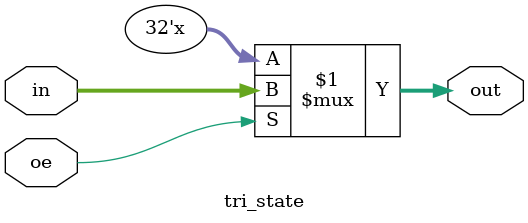
<source format=v>
module tri_state(in, oe, out);
    input [31:0] in;
    input oe;
    output [31:0] out;
    assign out = oe ? in : 32'bz;
endmodule
</source>
